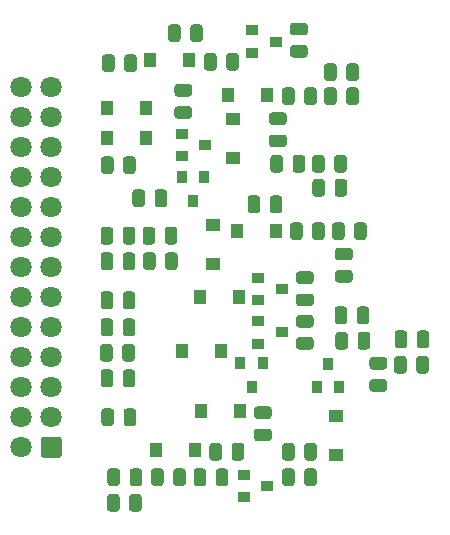
<source format=gbr>
%TF.GenerationSoftware,KiCad,Pcbnew,(5.1.6)-1*%
%TF.CreationDate,2021-03-15T21:03:39-07:00*%
%TF.ProjectId,ECUOutputs,4543554f-7574-4707-9574-732e6b696361,rev?*%
%TF.SameCoordinates,Original*%
%TF.FileFunction,Soldermask,Top*%
%TF.FilePolarity,Negative*%
%FSLAX46Y46*%
G04 Gerber Fmt 4.6, Leading zero omitted, Abs format (unit mm)*
G04 Created by KiCad (PCBNEW (5.1.6)-1) date 2021-03-15 21:03:39*
%MOMM*%
%LPD*%
G01*
G04 APERTURE LIST*
%ADD10C,1.800000*%
%ADD11R,1.000000X0.900000*%
%ADD12R,0.900000X1.000000*%
%ADD13R,1.000000X1.300000*%
%ADD14R,1.300000X1.000000*%
G04 APERTURE END LIST*
D10*
%TO.C,J4*%
X105156000Y-73406000D03*
X105156000Y-75946000D03*
X105156000Y-78486000D03*
X105156000Y-81026000D03*
X105156000Y-83566000D03*
X105156000Y-86106000D03*
X105156000Y-88646000D03*
X105156000Y-91186000D03*
X105156000Y-93726000D03*
X105156000Y-96266000D03*
X105156000Y-98806000D03*
X105156000Y-101346000D03*
X105156000Y-103886000D03*
X107696000Y-73406000D03*
X107696000Y-75946000D03*
X107696000Y-78486000D03*
X107696000Y-81026000D03*
X107696000Y-83566000D03*
X107696000Y-86106000D03*
X107696000Y-88646000D03*
X107696000Y-91186000D03*
X107696000Y-93726000D03*
X107696000Y-96266000D03*
X107696000Y-98806000D03*
X107696000Y-101346000D03*
G36*
G01*
X108596000Y-103250706D02*
X108596000Y-104521294D01*
G75*
G02*
X108331294Y-104786000I-264706J0D01*
G01*
X107060706Y-104786000D01*
G75*
G02*
X106796000Y-104521294I0J264706D01*
G01*
X106796000Y-103250706D01*
G75*
G02*
X107060706Y-102986000I264706J0D01*
G01*
X108331294Y-102986000D01*
G75*
G02*
X108596000Y-103250706I0J-264706D01*
G01*
G37*
%TD*%
%TO.C,R39*%
G36*
G01*
X113762500Y-80491250D02*
X113762500Y-79528750D01*
G75*
G02*
X114031250Y-79260000I268750J0D01*
G01*
X114568750Y-79260000D01*
G75*
G02*
X114837500Y-79528750I0J-268750D01*
G01*
X114837500Y-80491250D01*
G75*
G02*
X114568750Y-80760000I-268750J0D01*
G01*
X114031250Y-80760000D01*
G75*
G02*
X113762500Y-80491250I0J268750D01*
G01*
G37*
G36*
G01*
X111887500Y-80491250D02*
X111887500Y-79528750D01*
G75*
G02*
X112156250Y-79260000I268750J0D01*
G01*
X112693750Y-79260000D01*
G75*
G02*
X112962500Y-79528750I0J-268750D01*
G01*
X112962500Y-80491250D01*
G75*
G02*
X112693750Y-80760000I-268750J0D01*
G01*
X112156250Y-80760000D01*
G75*
G02*
X111887500Y-80491250I0J268750D01*
G01*
G37*
%TD*%
%TO.C,R38*%
G36*
G01*
X132655500Y-72617250D02*
X132655500Y-71654750D01*
G75*
G02*
X132924250Y-71386000I268750J0D01*
G01*
X133461750Y-71386000D01*
G75*
G02*
X133730500Y-71654750I0J-268750D01*
G01*
X133730500Y-72617250D01*
G75*
G02*
X133461750Y-72886000I-268750J0D01*
G01*
X132924250Y-72886000D01*
G75*
G02*
X132655500Y-72617250I0J268750D01*
G01*
G37*
G36*
G01*
X130780500Y-72617250D02*
X130780500Y-71654750D01*
G75*
G02*
X131049250Y-71386000I268750J0D01*
G01*
X131586750Y-71386000D01*
G75*
G02*
X131855500Y-71654750I0J-268750D01*
G01*
X131855500Y-72617250D01*
G75*
G02*
X131586750Y-72886000I-268750J0D01*
G01*
X131049250Y-72886000D01*
G75*
G02*
X130780500Y-72617250I0J268750D01*
G01*
G37*
%TD*%
%TO.C,R37*%
G36*
G01*
X129132250Y-69020500D02*
X128169750Y-69020500D01*
G75*
G02*
X127901000Y-68751750I0J268750D01*
G01*
X127901000Y-68214250D01*
G75*
G02*
X128169750Y-67945500I268750J0D01*
G01*
X129132250Y-67945500D01*
G75*
G02*
X129401000Y-68214250I0J-268750D01*
G01*
X129401000Y-68751750D01*
G75*
G02*
X129132250Y-69020500I-268750J0D01*
G01*
G37*
G36*
G01*
X129132250Y-70895500D02*
X128169750Y-70895500D01*
G75*
G02*
X127901000Y-70626750I0J268750D01*
G01*
X127901000Y-70089250D01*
G75*
G02*
X128169750Y-69820500I268750J0D01*
G01*
X129132250Y-69820500D01*
G75*
G02*
X129401000Y-70089250I0J-268750D01*
G01*
X129401000Y-70626750D01*
G75*
G02*
X129132250Y-70895500I-268750J0D01*
G01*
G37*
%TD*%
%TO.C,R36*%
G36*
G01*
X113470500Y-108103750D02*
X113470500Y-109066250D01*
G75*
G02*
X113201750Y-109335000I-268750J0D01*
G01*
X112664250Y-109335000D01*
G75*
G02*
X112395500Y-109066250I0J268750D01*
G01*
X112395500Y-108103750D01*
G75*
G02*
X112664250Y-107835000I268750J0D01*
G01*
X113201750Y-107835000D01*
G75*
G02*
X113470500Y-108103750I0J-268750D01*
G01*
G37*
G36*
G01*
X115345500Y-108103750D02*
X115345500Y-109066250D01*
G75*
G02*
X115076750Y-109335000I-268750J0D01*
G01*
X114539250Y-109335000D01*
G75*
G02*
X114270500Y-109066250I0J268750D01*
G01*
X114270500Y-108103750D01*
G75*
G02*
X114539250Y-107835000I268750J0D01*
G01*
X115076750Y-107835000D01*
G75*
G02*
X115345500Y-108103750I0J-268750D01*
G01*
G37*
%TD*%
%TO.C,R35*%
G36*
G01*
X119447500Y-69315250D02*
X119447500Y-68352750D01*
G75*
G02*
X119716250Y-68084000I268750J0D01*
G01*
X120253750Y-68084000D01*
G75*
G02*
X120522500Y-68352750I0J-268750D01*
G01*
X120522500Y-69315250D01*
G75*
G02*
X120253750Y-69584000I-268750J0D01*
G01*
X119716250Y-69584000D01*
G75*
G02*
X119447500Y-69315250I0J268750D01*
G01*
G37*
G36*
G01*
X117572500Y-69315250D02*
X117572500Y-68352750D01*
G75*
G02*
X117841250Y-68084000I268750J0D01*
G01*
X118378750Y-68084000D01*
G75*
G02*
X118647500Y-68352750I0J-268750D01*
G01*
X118647500Y-69315250D01*
G75*
G02*
X118378750Y-69584000I-268750J0D01*
G01*
X117841250Y-69584000D01*
G75*
G02*
X117572500Y-69315250I0J268750D01*
G01*
G37*
%TD*%
%TO.C,R34*%
G36*
G01*
X130869500Y-81433750D02*
X130869500Y-82396250D01*
G75*
G02*
X130600750Y-82665000I-268750J0D01*
G01*
X130063250Y-82665000D01*
G75*
G02*
X129794500Y-82396250I0J268750D01*
G01*
X129794500Y-81433750D01*
G75*
G02*
X130063250Y-81165000I268750J0D01*
G01*
X130600750Y-81165000D01*
G75*
G02*
X130869500Y-81433750I0J-268750D01*
G01*
G37*
G36*
G01*
X132744500Y-81433750D02*
X132744500Y-82396250D01*
G75*
G02*
X132475750Y-82665000I-268750J0D01*
G01*
X131938250Y-82665000D01*
G75*
G02*
X131669500Y-82396250I0J268750D01*
G01*
X131669500Y-81433750D01*
G75*
G02*
X131938250Y-81165000I268750J0D01*
G01*
X132475750Y-81165000D01*
G75*
G02*
X132744500Y-81433750I0J-268750D01*
G01*
G37*
%TD*%
%TO.C,R33*%
G36*
G01*
X130839500Y-79401750D02*
X130839500Y-80364250D01*
G75*
G02*
X130570750Y-80633000I-268750J0D01*
G01*
X130033250Y-80633000D01*
G75*
G02*
X129764500Y-80364250I0J268750D01*
G01*
X129764500Y-79401750D01*
G75*
G02*
X130033250Y-79133000I268750J0D01*
G01*
X130570750Y-79133000D01*
G75*
G02*
X130839500Y-79401750I0J-268750D01*
G01*
G37*
G36*
G01*
X132714500Y-79401750D02*
X132714500Y-80364250D01*
G75*
G02*
X132445750Y-80633000I-268750J0D01*
G01*
X131908250Y-80633000D01*
G75*
G02*
X131639500Y-80364250I0J268750D01*
G01*
X131639500Y-79401750D01*
G75*
G02*
X131908250Y-79133000I268750J0D01*
G01*
X132445750Y-79133000D01*
G75*
G02*
X132714500Y-79401750I0J-268750D01*
G01*
G37*
%TD*%
%TO.C,R32*%
G36*
G01*
X122495500Y-71728250D02*
X122495500Y-70765750D01*
G75*
G02*
X122764250Y-70497000I268750J0D01*
G01*
X123301750Y-70497000D01*
G75*
G02*
X123570500Y-70765750I0J-268750D01*
G01*
X123570500Y-71728250D01*
G75*
G02*
X123301750Y-71997000I-268750J0D01*
G01*
X122764250Y-71997000D01*
G75*
G02*
X122495500Y-71728250I0J268750D01*
G01*
G37*
G36*
G01*
X120620500Y-71728250D02*
X120620500Y-70765750D01*
G75*
G02*
X120889250Y-70497000I268750J0D01*
G01*
X121426750Y-70497000D01*
G75*
G02*
X121695500Y-70765750I0J-268750D01*
G01*
X121695500Y-71728250D01*
G75*
G02*
X121426750Y-71997000I-268750J0D01*
G01*
X120889250Y-71997000D01*
G75*
G02*
X120620500Y-71728250I0J268750D01*
G01*
G37*
%TD*%
%TO.C,R31*%
G36*
G01*
X132655500Y-74649250D02*
X132655500Y-73686750D01*
G75*
G02*
X132924250Y-73418000I268750J0D01*
G01*
X133461750Y-73418000D01*
G75*
G02*
X133730500Y-73686750I0J-268750D01*
G01*
X133730500Y-74649250D01*
G75*
G02*
X133461750Y-74918000I-268750J0D01*
G01*
X132924250Y-74918000D01*
G75*
G02*
X132655500Y-74649250I0J268750D01*
G01*
G37*
G36*
G01*
X130780500Y-74649250D02*
X130780500Y-73686750D01*
G75*
G02*
X131049250Y-73418000I268750J0D01*
G01*
X131586750Y-73418000D01*
G75*
G02*
X131855500Y-73686750I0J-268750D01*
G01*
X131855500Y-74649250D01*
G75*
G02*
X131586750Y-74918000I-268750J0D01*
G01*
X131049250Y-74918000D01*
G75*
G02*
X130780500Y-74649250I0J268750D01*
G01*
G37*
%TD*%
%TO.C,R30*%
G36*
G01*
X119353250Y-74197500D02*
X118390750Y-74197500D01*
G75*
G02*
X118122000Y-73928750I0J268750D01*
G01*
X118122000Y-73391250D01*
G75*
G02*
X118390750Y-73122500I268750J0D01*
G01*
X119353250Y-73122500D01*
G75*
G02*
X119622000Y-73391250I0J-268750D01*
G01*
X119622000Y-73928750D01*
G75*
G02*
X119353250Y-74197500I-268750J0D01*
G01*
G37*
G36*
G01*
X119353250Y-76072500D02*
X118390750Y-76072500D01*
G75*
G02*
X118122000Y-75803750I0J268750D01*
G01*
X118122000Y-75266250D01*
G75*
G02*
X118390750Y-74997500I268750J0D01*
G01*
X119353250Y-74997500D01*
G75*
G02*
X119622000Y-75266250I0J-268750D01*
G01*
X119622000Y-75803750D01*
G75*
G02*
X119353250Y-76072500I-268750J0D01*
G01*
G37*
%TD*%
%TO.C,R29*%
G36*
G01*
X126391750Y-77410500D02*
X127354250Y-77410500D01*
G75*
G02*
X127623000Y-77679250I0J-268750D01*
G01*
X127623000Y-78216750D01*
G75*
G02*
X127354250Y-78485500I-268750J0D01*
G01*
X126391750Y-78485500D01*
G75*
G02*
X126123000Y-78216750I0J268750D01*
G01*
X126123000Y-77679250D01*
G75*
G02*
X126391750Y-77410500I268750J0D01*
G01*
G37*
G36*
G01*
X126391750Y-75535500D02*
X127354250Y-75535500D01*
G75*
G02*
X127623000Y-75804250I0J-268750D01*
G01*
X127623000Y-76341750D01*
G75*
G02*
X127354250Y-76610500I-268750J0D01*
G01*
X126391750Y-76610500D01*
G75*
G02*
X126123000Y-76341750I0J268750D01*
G01*
X126123000Y-75804250D01*
G75*
G02*
X126391750Y-75535500I268750J0D01*
G01*
G37*
%TD*%
%TO.C,R28*%
G36*
G01*
X127313500Y-79401750D02*
X127313500Y-80364250D01*
G75*
G02*
X127044750Y-80633000I-268750J0D01*
G01*
X126507250Y-80633000D01*
G75*
G02*
X126238500Y-80364250I0J268750D01*
G01*
X126238500Y-79401750D01*
G75*
G02*
X126507250Y-79133000I268750J0D01*
G01*
X127044750Y-79133000D01*
G75*
G02*
X127313500Y-79401750I0J-268750D01*
G01*
G37*
G36*
G01*
X129188500Y-79401750D02*
X129188500Y-80364250D01*
G75*
G02*
X128919750Y-80633000I-268750J0D01*
G01*
X128382250Y-80633000D01*
G75*
G02*
X128113500Y-80364250I0J268750D01*
G01*
X128113500Y-79401750D01*
G75*
G02*
X128382250Y-79133000I268750J0D01*
G01*
X128919750Y-79133000D01*
G75*
G02*
X129188500Y-79401750I0J-268750D01*
G01*
G37*
%TD*%
%TO.C,R27*%
G36*
G01*
X115629500Y-82322750D02*
X115629500Y-83285250D01*
G75*
G02*
X115360750Y-83554000I-268750J0D01*
G01*
X114823250Y-83554000D01*
G75*
G02*
X114554500Y-83285250I0J268750D01*
G01*
X114554500Y-82322750D01*
G75*
G02*
X114823250Y-82054000I268750J0D01*
G01*
X115360750Y-82054000D01*
G75*
G02*
X115629500Y-82322750I0J-268750D01*
G01*
G37*
G36*
G01*
X117504500Y-82322750D02*
X117504500Y-83285250D01*
G75*
G02*
X117235750Y-83554000I-268750J0D01*
G01*
X116698250Y-83554000D01*
G75*
G02*
X116429500Y-83285250I0J268750D01*
G01*
X116429500Y-82322750D01*
G75*
G02*
X116698250Y-82054000I268750J0D01*
G01*
X117235750Y-82054000D01*
G75*
G02*
X117504500Y-82322750I0J-268750D01*
G01*
G37*
%TD*%
%TO.C,R26*%
G36*
G01*
X113859500Y-71855250D02*
X113859500Y-70892750D01*
G75*
G02*
X114128250Y-70624000I268750J0D01*
G01*
X114665750Y-70624000D01*
G75*
G02*
X114934500Y-70892750I0J-268750D01*
G01*
X114934500Y-71855250D01*
G75*
G02*
X114665750Y-72124000I-268750J0D01*
G01*
X114128250Y-72124000D01*
G75*
G02*
X113859500Y-71855250I0J268750D01*
G01*
G37*
G36*
G01*
X111984500Y-71855250D02*
X111984500Y-70892750D01*
G75*
G02*
X112253250Y-70624000I268750J0D01*
G01*
X112790750Y-70624000D01*
G75*
G02*
X113059500Y-70892750I0J-268750D01*
G01*
X113059500Y-71855250D01*
G75*
G02*
X112790750Y-72124000I-268750J0D01*
G01*
X112253250Y-72124000D01*
G75*
G02*
X111984500Y-71855250I0J268750D01*
G01*
G37*
%TD*%
%TO.C,R25*%
G36*
G01*
X135863250Y-97311500D02*
X134900750Y-97311500D01*
G75*
G02*
X134632000Y-97042750I0J268750D01*
G01*
X134632000Y-96505250D01*
G75*
G02*
X134900750Y-96236500I268750J0D01*
G01*
X135863250Y-96236500D01*
G75*
G02*
X136132000Y-96505250I0J-268750D01*
G01*
X136132000Y-97042750D01*
G75*
G02*
X135863250Y-97311500I-268750J0D01*
G01*
G37*
G36*
G01*
X135863250Y-99186500D02*
X134900750Y-99186500D01*
G75*
G02*
X134632000Y-98917750I0J268750D01*
G01*
X134632000Y-98380250D01*
G75*
G02*
X134900750Y-98111500I268750J0D01*
G01*
X135863250Y-98111500D01*
G75*
G02*
X136132000Y-98380250I0J-268750D01*
G01*
X136132000Y-98917750D01*
G75*
G02*
X135863250Y-99186500I-268750J0D01*
G01*
G37*
%TD*%
%TO.C,R24*%
G36*
G01*
X113811000Y-101827250D02*
X113811000Y-100864750D01*
G75*
G02*
X114079750Y-100596000I268750J0D01*
G01*
X114617250Y-100596000D01*
G75*
G02*
X114886000Y-100864750I0J-268750D01*
G01*
X114886000Y-101827250D01*
G75*
G02*
X114617250Y-102096000I-268750J0D01*
G01*
X114079750Y-102096000D01*
G75*
G02*
X113811000Y-101827250I0J268750D01*
G01*
G37*
G36*
G01*
X111936000Y-101827250D02*
X111936000Y-100864750D01*
G75*
G02*
X112204750Y-100596000I268750J0D01*
G01*
X112742250Y-100596000D01*
G75*
G02*
X113011000Y-100864750I0J-268750D01*
G01*
X113011000Y-101827250D01*
G75*
G02*
X112742250Y-102096000I-268750J0D01*
G01*
X112204750Y-102096000D01*
G75*
G02*
X111936000Y-101827250I0J268750D01*
G01*
G37*
%TD*%
%TO.C,R23*%
G36*
G01*
X137776000Y-96419750D02*
X137776000Y-97382250D01*
G75*
G02*
X137507250Y-97651000I-268750J0D01*
G01*
X136969750Y-97651000D01*
G75*
G02*
X136701000Y-97382250I0J268750D01*
G01*
X136701000Y-96419750D01*
G75*
G02*
X136969750Y-96151000I268750J0D01*
G01*
X137507250Y-96151000D01*
G75*
G02*
X137776000Y-96419750I0J-268750D01*
G01*
G37*
G36*
G01*
X139651000Y-96419750D02*
X139651000Y-97382250D01*
G75*
G02*
X139382250Y-97651000I-268750J0D01*
G01*
X138844750Y-97651000D01*
G75*
G02*
X138576000Y-97382250I0J268750D01*
G01*
X138576000Y-96419750D01*
G75*
G02*
X138844750Y-96151000I268750J0D01*
G01*
X139382250Y-96151000D01*
G75*
G02*
X139651000Y-96419750I0J-268750D01*
G01*
G37*
%TD*%
%TO.C,R22*%
G36*
G01*
X133544500Y-93191250D02*
X133544500Y-92228750D01*
G75*
G02*
X133813250Y-91960000I268750J0D01*
G01*
X134350750Y-91960000D01*
G75*
G02*
X134619500Y-92228750I0J-268750D01*
G01*
X134619500Y-93191250D01*
G75*
G02*
X134350750Y-93460000I-268750J0D01*
G01*
X133813250Y-93460000D01*
G75*
G02*
X133544500Y-93191250I0J268750D01*
G01*
G37*
G36*
G01*
X131669500Y-93191250D02*
X131669500Y-92228750D01*
G75*
G02*
X131938250Y-91960000I268750J0D01*
G01*
X132475750Y-91960000D01*
G75*
G02*
X132744500Y-92228750I0J-268750D01*
G01*
X132744500Y-93191250D01*
G75*
G02*
X132475750Y-93460000I-268750J0D01*
G01*
X131938250Y-93460000D01*
G75*
G02*
X131669500Y-93191250I0J268750D01*
G01*
G37*
%TD*%
%TO.C,R21*%
G36*
G01*
X133623000Y-95350250D02*
X133623000Y-94387750D01*
G75*
G02*
X133891750Y-94119000I268750J0D01*
G01*
X134429250Y-94119000D01*
G75*
G02*
X134698000Y-94387750I0J-268750D01*
G01*
X134698000Y-95350250D01*
G75*
G02*
X134429250Y-95619000I-268750J0D01*
G01*
X133891750Y-95619000D01*
G75*
G02*
X133623000Y-95350250I0J268750D01*
G01*
G37*
G36*
G01*
X131748000Y-95350250D02*
X131748000Y-94387750D01*
G75*
G02*
X132016750Y-94119000I268750J0D01*
G01*
X132554250Y-94119000D01*
G75*
G02*
X132823000Y-94387750I0J-268750D01*
G01*
X132823000Y-95350250D01*
G75*
G02*
X132554250Y-95619000I-268750J0D01*
G01*
X132016750Y-95619000D01*
G75*
G02*
X131748000Y-95350250I0J268750D01*
G01*
G37*
%TD*%
%TO.C,R20*%
G36*
G01*
X112884000Y-95403750D02*
X112884000Y-96366250D01*
G75*
G02*
X112615250Y-96635000I-268750J0D01*
G01*
X112077750Y-96635000D01*
G75*
G02*
X111809000Y-96366250I0J268750D01*
G01*
X111809000Y-95403750D01*
G75*
G02*
X112077750Y-95135000I268750J0D01*
G01*
X112615250Y-95135000D01*
G75*
G02*
X112884000Y-95403750I0J-268750D01*
G01*
G37*
G36*
G01*
X114759000Y-95403750D02*
X114759000Y-96366250D01*
G75*
G02*
X114490250Y-96635000I-268750J0D01*
G01*
X113952750Y-96635000D01*
G75*
G02*
X113684000Y-96366250I0J268750D01*
G01*
X113684000Y-95403750D01*
G75*
G02*
X113952750Y-95135000I268750J0D01*
G01*
X114490250Y-95135000D01*
G75*
G02*
X114759000Y-95403750I0J-268750D01*
G01*
G37*
%TD*%
%TO.C,R19*%
G36*
G01*
X112932500Y-97562750D02*
X112932500Y-98525250D01*
G75*
G02*
X112663750Y-98794000I-268750J0D01*
G01*
X112126250Y-98794000D01*
G75*
G02*
X111857500Y-98525250I0J268750D01*
G01*
X111857500Y-97562750D01*
G75*
G02*
X112126250Y-97294000I268750J0D01*
G01*
X112663750Y-97294000D01*
G75*
G02*
X112932500Y-97562750I0J-268750D01*
G01*
G37*
G36*
G01*
X114807500Y-97562750D02*
X114807500Y-98525250D01*
G75*
G02*
X114538750Y-98794000I-268750J0D01*
G01*
X114001250Y-98794000D01*
G75*
G02*
X113732500Y-98525250I0J268750D01*
G01*
X113732500Y-97562750D01*
G75*
G02*
X114001250Y-97294000I268750J0D01*
G01*
X114538750Y-97294000D01*
G75*
G02*
X114807500Y-97562750I0J-268750D01*
G01*
G37*
%TD*%
%TO.C,R18*%
G36*
G01*
X112932500Y-93244750D02*
X112932500Y-94207250D01*
G75*
G02*
X112663750Y-94476000I-268750J0D01*
G01*
X112126250Y-94476000D01*
G75*
G02*
X111857500Y-94207250I0J268750D01*
G01*
X111857500Y-93244750D01*
G75*
G02*
X112126250Y-92976000I268750J0D01*
G01*
X112663750Y-92976000D01*
G75*
G02*
X112932500Y-93244750I0J-268750D01*
G01*
G37*
G36*
G01*
X114807500Y-93244750D02*
X114807500Y-94207250D01*
G75*
G02*
X114538750Y-94476000I-268750J0D01*
G01*
X114001250Y-94476000D01*
G75*
G02*
X113732500Y-94207250I0J268750D01*
G01*
X113732500Y-93244750D01*
G75*
G02*
X114001250Y-92976000I268750J0D01*
G01*
X114538750Y-92976000D01*
G75*
G02*
X114807500Y-93244750I0J-268750D01*
G01*
G37*
%TD*%
%TO.C,R17*%
G36*
G01*
X112932500Y-90958750D02*
X112932500Y-91921250D01*
G75*
G02*
X112663750Y-92190000I-268750J0D01*
G01*
X112126250Y-92190000D01*
G75*
G02*
X111857500Y-91921250I0J268750D01*
G01*
X111857500Y-90958750D01*
G75*
G02*
X112126250Y-90690000I268750J0D01*
G01*
X112663750Y-90690000D01*
G75*
G02*
X112932500Y-90958750I0J-268750D01*
G01*
G37*
G36*
G01*
X114807500Y-90958750D02*
X114807500Y-91921250D01*
G75*
G02*
X114538750Y-92190000I-268750J0D01*
G01*
X114001250Y-92190000D01*
G75*
G02*
X113732500Y-91921250I0J268750D01*
G01*
X113732500Y-90958750D01*
G75*
G02*
X114001250Y-90690000I268750J0D01*
G01*
X114538750Y-90690000D01*
G75*
G02*
X114807500Y-90958750I0J-268750D01*
G01*
G37*
%TD*%
%TO.C,R16*%
G36*
G01*
X128677750Y-94555500D02*
X129640250Y-94555500D01*
G75*
G02*
X129909000Y-94824250I0J-268750D01*
G01*
X129909000Y-95361750D01*
G75*
G02*
X129640250Y-95630500I-268750J0D01*
G01*
X128677750Y-95630500D01*
G75*
G02*
X128409000Y-95361750I0J268750D01*
G01*
X128409000Y-94824250D01*
G75*
G02*
X128677750Y-94555500I268750J0D01*
G01*
G37*
G36*
G01*
X128677750Y-92680500D02*
X129640250Y-92680500D01*
G75*
G02*
X129909000Y-92949250I0J-268750D01*
G01*
X129909000Y-93486750D01*
G75*
G02*
X129640250Y-93755500I-268750J0D01*
G01*
X128677750Y-93755500D01*
G75*
G02*
X128409000Y-93486750I0J268750D01*
G01*
X128409000Y-92949250D01*
G75*
G02*
X128677750Y-92680500I268750J0D01*
G01*
G37*
%TD*%
%TO.C,R15*%
G36*
G01*
X131979750Y-88870500D02*
X132942250Y-88870500D01*
G75*
G02*
X133211000Y-89139250I0J-268750D01*
G01*
X133211000Y-89676750D01*
G75*
G02*
X132942250Y-89945500I-268750J0D01*
G01*
X131979750Y-89945500D01*
G75*
G02*
X131711000Y-89676750I0J268750D01*
G01*
X131711000Y-89139250D01*
G75*
G02*
X131979750Y-88870500I268750J0D01*
G01*
G37*
G36*
G01*
X131979750Y-86995500D02*
X132942250Y-86995500D01*
G75*
G02*
X133211000Y-87264250I0J-268750D01*
G01*
X133211000Y-87801750D01*
G75*
G02*
X132942250Y-88070500I-268750J0D01*
G01*
X131979750Y-88070500D01*
G75*
G02*
X131711000Y-87801750I0J268750D01*
G01*
X131711000Y-87264250D01*
G75*
G02*
X131979750Y-86995500I268750J0D01*
G01*
G37*
%TD*%
%TO.C,R14*%
G36*
G01*
X125378500Y-82830750D02*
X125378500Y-83793250D01*
G75*
G02*
X125109750Y-84062000I-268750J0D01*
G01*
X124572250Y-84062000D01*
G75*
G02*
X124303500Y-83793250I0J268750D01*
G01*
X124303500Y-82830750D01*
G75*
G02*
X124572250Y-82562000I268750J0D01*
G01*
X125109750Y-82562000D01*
G75*
G02*
X125378500Y-82830750I0J-268750D01*
G01*
G37*
G36*
G01*
X127253500Y-82830750D02*
X127253500Y-83793250D01*
G75*
G02*
X126984750Y-84062000I-268750J0D01*
G01*
X126447250Y-84062000D01*
G75*
G02*
X126178500Y-83793250I0J268750D01*
G01*
X126178500Y-82830750D01*
G75*
G02*
X126447250Y-82562000I268750J0D01*
G01*
X126984750Y-82562000D01*
G75*
G02*
X127253500Y-82830750I0J-268750D01*
G01*
G37*
%TD*%
%TO.C,R13*%
G36*
G01*
X128677750Y-90872500D02*
X129640250Y-90872500D01*
G75*
G02*
X129909000Y-91141250I0J-268750D01*
G01*
X129909000Y-91678750D01*
G75*
G02*
X129640250Y-91947500I-268750J0D01*
G01*
X128677750Y-91947500D01*
G75*
G02*
X128409000Y-91678750I0J268750D01*
G01*
X128409000Y-91141250D01*
G75*
G02*
X128677750Y-90872500I268750J0D01*
G01*
G37*
G36*
G01*
X128677750Y-88997500D02*
X129640250Y-88997500D01*
G75*
G02*
X129909000Y-89266250I0J-268750D01*
G01*
X129909000Y-89803750D01*
G75*
G02*
X129640250Y-90072500I-268750J0D01*
G01*
X128677750Y-90072500D01*
G75*
G02*
X128409000Y-89803750I0J268750D01*
G01*
X128409000Y-89266250D01*
G75*
G02*
X128677750Y-88997500I268750J0D01*
G01*
G37*
%TD*%
%TO.C,R12*%
G36*
G01*
X132520500Y-85116750D02*
X132520500Y-86079250D01*
G75*
G02*
X132251750Y-86348000I-268750J0D01*
G01*
X131714250Y-86348000D01*
G75*
G02*
X131445500Y-86079250I0J268750D01*
G01*
X131445500Y-85116750D01*
G75*
G02*
X131714250Y-84848000I268750J0D01*
G01*
X132251750Y-84848000D01*
G75*
G02*
X132520500Y-85116750I0J-268750D01*
G01*
G37*
G36*
G01*
X134395500Y-85116750D02*
X134395500Y-86079250D01*
G75*
G02*
X134126750Y-86348000I-268750J0D01*
G01*
X133589250Y-86348000D01*
G75*
G02*
X133320500Y-86079250I0J268750D01*
G01*
X133320500Y-85116750D01*
G75*
G02*
X133589250Y-84848000I268750J0D01*
G01*
X134126750Y-84848000D01*
G75*
G02*
X134395500Y-85116750I0J-268750D01*
G01*
G37*
%TD*%
%TO.C,R11*%
G36*
G01*
X116488500Y-85497750D02*
X116488500Y-86460250D01*
G75*
G02*
X116219750Y-86729000I-268750J0D01*
G01*
X115682250Y-86729000D01*
G75*
G02*
X115413500Y-86460250I0J268750D01*
G01*
X115413500Y-85497750D01*
G75*
G02*
X115682250Y-85229000I268750J0D01*
G01*
X116219750Y-85229000D01*
G75*
G02*
X116488500Y-85497750I0J-268750D01*
G01*
G37*
G36*
G01*
X118363500Y-85497750D02*
X118363500Y-86460250D01*
G75*
G02*
X118094750Y-86729000I-268750J0D01*
G01*
X117557250Y-86729000D01*
G75*
G02*
X117288500Y-86460250I0J268750D01*
G01*
X117288500Y-85497750D01*
G75*
G02*
X117557250Y-85229000I268750J0D01*
G01*
X118094750Y-85229000D01*
G75*
G02*
X118363500Y-85497750I0J-268750D01*
G01*
G37*
%TD*%
%TO.C,R10*%
G36*
G01*
X116518500Y-87656750D02*
X116518500Y-88619250D01*
G75*
G02*
X116249750Y-88888000I-268750J0D01*
G01*
X115712250Y-88888000D01*
G75*
G02*
X115443500Y-88619250I0J268750D01*
G01*
X115443500Y-87656750D01*
G75*
G02*
X115712250Y-87388000I268750J0D01*
G01*
X116249750Y-87388000D01*
G75*
G02*
X116518500Y-87656750I0J-268750D01*
G01*
G37*
G36*
G01*
X118393500Y-87656750D02*
X118393500Y-88619250D01*
G75*
G02*
X118124750Y-88888000I-268750J0D01*
G01*
X117587250Y-88888000D01*
G75*
G02*
X117318500Y-88619250I0J268750D01*
G01*
X117318500Y-87656750D01*
G75*
G02*
X117587250Y-87388000I268750J0D01*
G01*
X118124750Y-87388000D01*
G75*
G02*
X118393500Y-87656750I0J-268750D01*
G01*
G37*
%TD*%
%TO.C,R9*%
G36*
G01*
X112932500Y-87656750D02*
X112932500Y-88619250D01*
G75*
G02*
X112663750Y-88888000I-268750J0D01*
G01*
X112126250Y-88888000D01*
G75*
G02*
X111857500Y-88619250I0J268750D01*
G01*
X111857500Y-87656750D01*
G75*
G02*
X112126250Y-87388000I268750J0D01*
G01*
X112663750Y-87388000D01*
G75*
G02*
X112932500Y-87656750I0J-268750D01*
G01*
G37*
G36*
G01*
X114807500Y-87656750D02*
X114807500Y-88619250D01*
G75*
G02*
X114538750Y-88888000I-268750J0D01*
G01*
X114001250Y-88888000D01*
G75*
G02*
X113732500Y-88619250I0J268750D01*
G01*
X113732500Y-87656750D01*
G75*
G02*
X114001250Y-87388000I268750J0D01*
G01*
X114538750Y-87388000D01*
G75*
G02*
X114807500Y-87656750I0J-268750D01*
G01*
G37*
%TD*%
%TO.C,R8*%
G36*
G01*
X112932500Y-85497750D02*
X112932500Y-86460250D01*
G75*
G02*
X112663750Y-86729000I-268750J0D01*
G01*
X112126250Y-86729000D01*
G75*
G02*
X111857500Y-86460250I0J268750D01*
G01*
X111857500Y-85497750D01*
G75*
G02*
X112126250Y-85229000I268750J0D01*
G01*
X112663750Y-85229000D01*
G75*
G02*
X112932500Y-85497750I0J-268750D01*
G01*
G37*
G36*
G01*
X114807500Y-85497750D02*
X114807500Y-86460250D01*
G75*
G02*
X114538750Y-86729000I-268750J0D01*
G01*
X114001250Y-86729000D01*
G75*
G02*
X113732500Y-86460250I0J268750D01*
G01*
X113732500Y-85497750D01*
G75*
G02*
X114001250Y-85229000I268750J0D01*
G01*
X114538750Y-85229000D01*
G75*
G02*
X114807500Y-85497750I0J-268750D01*
G01*
G37*
%TD*%
%TO.C,R7*%
G36*
G01*
X129099500Y-104748250D02*
X129099500Y-103785750D01*
G75*
G02*
X129368250Y-103517000I268750J0D01*
G01*
X129905750Y-103517000D01*
G75*
G02*
X130174500Y-103785750I0J-268750D01*
G01*
X130174500Y-104748250D01*
G75*
G02*
X129905750Y-105017000I-268750J0D01*
G01*
X129368250Y-105017000D01*
G75*
G02*
X129099500Y-104748250I0J268750D01*
G01*
G37*
G36*
G01*
X127224500Y-104748250D02*
X127224500Y-103785750D01*
G75*
G02*
X127493250Y-103517000I268750J0D01*
G01*
X128030750Y-103517000D01*
G75*
G02*
X128299500Y-103785750I0J-268750D01*
G01*
X128299500Y-104748250D01*
G75*
G02*
X128030750Y-105017000I-268750J0D01*
G01*
X127493250Y-105017000D01*
G75*
G02*
X127224500Y-104748250I0J268750D01*
G01*
G37*
%TD*%
%TO.C,R6*%
G36*
G01*
X125121750Y-102302500D02*
X126084250Y-102302500D01*
G75*
G02*
X126353000Y-102571250I0J-268750D01*
G01*
X126353000Y-103108750D01*
G75*
G02*
X126084250Y-103377500I-268750J0D01*
G01*
X125121750Y-103377500D01*
G75*
G02*
X124853000Y-103108750I0J268750D01*
G01*
X124853000Y-102571250D01*
G75*
G02*
X125121750Y-102302500I268750J0D01*
G01*
G37*
G36*
G01*
X125121750Y-100427500D02*
X126084250Y-100427500D01*
G75*
G02*
X126353000Y-100696250I0J-268750D01*
G01*
X126353000Y-101233750D01*
G75*
G02*
X126084250Y-101502500I-268750J0D01*
G01*
X125121750Y-101502500D01*
G75*
G02*
X124853000Y-101233750I0J268750D01*
G01*
X124853000Y-100696250D01*
G75*
G02*
X125121750Y-100427500I268750J0D01*
G01*
G37*
%TD*%
%TO.C,R5*%
G36*
G01*
X129099500Y-106907250D02*
X129099500Y-105944750D01*
G75*
G02*
X129368250Y-105676000I268750J0D01*
G01*
X129905750Y-105676000D01*
G75*
G02*
X130174500Y-105944750I0J-268750D01*
G01*
X130174500Y-106907250D01*
G75*
G02*
X129905750Y-107176000I-268750J0D01*
G01*
X129368250Y-107176000D01*
G75*
G02*
X129099500Y-106907250I0J268750D01*
G01*
G37*
G36*
G01*
X127224500Y-106907250D02*
X127224500Y-105944750D01*
G75*
G02*
X127493250Y-105676000I268750J0D01*
G01*
X128030750Y-105676000D01*
G75*
G02*
X128299500Y-105944750I0J-268750D01*
G01*
X128299500Y-106907250D01*
G75*
G02*
X128030750Y-107176000I-268750J0D01*
G01*
X127493250Y-107176000D01*
G75*
G02*
X127224500Y-106907250I0J268750D01*
G01*
G37*
%TD*%
%TO.C,R4*%
G36*
G01*
X114319000Y-106907250D02*
X114319000Y-105944750D01*
G75*
G02*
X114587750Y-105676000I268750J0D01*
G01*
X115125250Y-105676000D01*
G75*
G02*
X115394000Y-105944750I0J-268750D01*
G01*
X115394000Y-106907250D01*
G75*
G02*
X115125250Y-107176000I-268750J0D01*
G01*
X114587750Y-107176000D01*
G75*
G02*
X114319000Y-106907250I0J268750D01*
G01*
G37*
G36*
G01*
X112444000Y-106907250D02*
X112444000Y-105944750D01*
G75*
G02*
X112712750Y-105676000I268750J0D01*
G01*
X113250250Y-105676000D01*
G75*
G02*
X113519000Y-105944750I0J-268750D01*
G01*
X113519000Y-106907250D01*
G75*
G02*
X113250250Y-107176000I-268750J0D01*
G01*
X112712750Y-107176000D01*
G75*
G02*
X112444000Y-106907250I0J268750D01*
G01*
G37*
%TD*%
%TO.C,R3*%
G36*
G01*
X117202000Y-105944750D02*
X117202000Y-106907250D01*
G75*
G02*
X116933250Y-107176000I-268750J0D01*
G01*
X116395750Y-107176000D01*
G75*
G02*
X116127000Y-106907250I0J268750D01*
G01*
X116127000Y-105944750D01*
G75*
G02*
X116395750Y-105676000I268750J0D01*
G01*
X116933250Y-105676000D01*
G75*
G02*
X117202000Y-105944750I0J-268750D01*
G01*
G37*
G36*
G01*
X119077000Y-105944750D02*
X119077000Y-106907250D01*
G75*
G02*
X118808250Y-107176000I-268750J0D01*
G01*
X118270750Y-107176000D01*
G75*
G02*
X118002000Y-106907250I0J268750D01*
G01*
X118002000Y-105944750D01*
G75*
G02*
X118270750Y-105676000I268750J0D01*
G01*
X118808250Y-105676000D01*
G75*
G02*
X119077000Y-105944750I0J-268750D01*
G01*
G37*
%TD*%
%TO.C,R2*%
G36*
G01*
X122955000Y-104748250D02*
X122955000Y-103785750D01*
G75*
G02*
X123223750Y-103517000I268750J0D01*
G01*
X123761250Y-103517000D01*
G75*
G02*
X124030000Y-103785750I0J-268750D01*
G01*
X124030000Y-104748250D01*
G75*
G02*
X123761250Y-105017000I-268750J0D01*
G01*
X123223750Y-105017000D01*
G75*
G02*
X122955000Y-104748250I0J268750D01*
G01*
G37*
G36*
G01*
X121080000Y-104748250D02*
X121080000Y-103785750D01*
G75*
G02*
X121348750Y-103517000I268750J0D01*
G01*
X121886250Y-103517000D01*
G75*
G02*
X122155000Y-103785750I0J-268750D01*
G01*
X122155000Y-104748250D01*
G75*
G02*
X121886250Y-105017000I-268750J0D01*
G01*
X121348750Y-105017000D01*
G75*
G02*
X121080000Y-104748250I0J268750D01*
G01*
G37*
%TD*%
%TO.C,R1*%
G36*
G01*
X121606500Y-106907250D02*
X121606500Y-105944750D01*
G75*
G02*
X121875250Y-105676000I268750J0D01*
G01*
X122412750Y-105676000D01*
G75*
G02*
X122681500Y-105944750I0J-268750D01*
G01*
X122681500Y-106907250D01*
G75*
G02*
X122412750Y-107176000I-268750J0D01*
G01*
X121875250Y-107176000D01*
G75*
G02*
X121606500Y-106907250I0J268750D01*
G01*
G37*
G36*
G01*
X119731500Y-106907250D02*
X119731500Y-105944750D01*
G75*
G02*
X120000250Y-105676000I268750J0D01*
G01*
X120537750Y-105676000D01*
G75*
G02*
X120806500Y-105944750I0J-268750D01*
G01*
X120806500Y-106907250D01*
G75*
G02*
X120537750Y-107176000I-268750J0D01*
G01*
X120000250Y-107176000D01*
G75*
G02*
X119731500Y-106907250I0J268750D01*
G01*
G37*
%TD*%
D11*
%TO.C,Q8*%
X126714000Y-69535000D03*
X124714000Y-70485000D03*
X124714000Y-68585000D03*
%TD*%
D12*
%TO.C,Q7*%
X119695000Y-83026000D03*
X118745000Y-81026000D03*
X120645000Y-81026000D03*
%TD*%
D11*
%TO.C,Q6*%
X120745000Y-78298000D03*
X118745000Y-79248000D03*
X118745000Y-77348000D03*
%TD*%
D12*
%TO.C,Q5*%
X131130000Y-96806000D03*
X132080000Y-98806000D03*
X130180000Y-98806000D03*
%TD*%
%TO.C,Q4*%
X124653000Y-98774000D03*
X123703000Y-96774000D03*
X125603000Y-96774000D03*
%TD*%
D11*
%TO.C,Q3*%
X127222000Y-94168000D03*
X125222000Y-95118000D03*
X125222000Y-93218000D03*
%TD*%
%TO.C,Q2*%
X127222000Y-90485000D03*
X125222000Y-91435000D03*
X125222000Y-89535000D03*
%TD*%
%TO.C,Q1*%
X125968000Y-107188000D03*
X123968000Y-108138000D03*
X123968000Y-106238000D03*
%TD*%
D13*
%TO.C,D12*%
X115695000Y-75184000D03*
X112395000Y-75184000D03*
%TD*%
%TO.C,D11*%
X115695000Y-77724000D03*
X112395000Y-77724000D03*
%TD*%
D14*
%TO.C,D10*%
X123063000Y-76074000D03*
X123063000Y-79374000D03*
%TD*%
D13*
%TO.C,D9*%
X125984000Y-74041000D03*
X122684000Y-74041000D03*
%TD*%
%TO.C,D8*%
X116080000Y-71120000D03*
X119380000Y-71120000D03*
%TD*%
%TO.C,D7*%
X118747000Y-95758000D03*
X122047000Y-95758000D03*
%TD*%
%TO.C,D6*%
X120270000Y-91186000D03*
X123570000Y-91186000D03*
%TD*%
%TO.C,D5*%
X123446000Y-85598000D03*
X126746000Y-85598000D03*
%TD*%
D14*
%TO.C,D4*%
X121412000Y-85090000D03*
X121412000Y-88390000D03*
%TD*%
%TO.C,D3*%
X131826000Y-104521000D03*
X131826000Y-101221000D03*
%TD*%
D13*
%TO.C,D2*%
X120398000Y-100838000D03*
X123698000Y-100838000D03*
%TD*%
%TO.C,D1*%
X116587000Y-104140000D03*
X119887000Y-104140000D03*
%TD*%
%TO.C,C3*%
G36*
G01*
X129099500Y-74649250D02*
X129099500Y-73686750D01*
G75*
G02*
X129368250Y-73418000I268750J0D01*
G01*
X129905750Y-73418000D01*
G75*
G02*
X130174500Y-73686750I0J-268750D01*
G01*
X130174500Y-74649250D01*
G75*
G02*
X129905750Y-74918000I-268750J0D01*
G01*
X129368250Y-74918000D01*
G75*
G02*
X129099500Y-74649250I0J268750D01*
G01*
G37*
G36*
G01*
X127224500Y-74649250D02*
X127224500Y-73686750D01*
G75*
G02*
X127493250Y-73418000I268750J0D01*
G01*
X128030750Y-73418000D01*
G75*
G02*
X128299500Y-73686750I0J-268750D01*
G01*
X128299500Y-74649250D01*
G75*
G02*
X128030750Y-74918000I-268750J0D01*
G01*
X127493250Y-74918000D01*
G75*
G02*
X127224500Y-74649250I0J268750D01*
G01*
G37*
%TD*%
%TO.C,C2*%
G36*
G01*
X138624500Y-95223250D02*
X138624500Y-94260750D01*
G75*
G02*
X138893250Y-93992000I268750J0D01*
G01*
X139430750Y-93992000D01*
G75*
G02*
X139699500Y-94260750I0J-268750D01*
G01*
X139699500Y-95223250D01*
G75*
G02*
X139430750Y-95492000I-268750J0D01*
G01*
X138893250Y-95492000D01*
G75*
G02*
X138624500Y-95223250I0J268750D01*
G01*
G37*
G36*
G01*
X136749500Y-95223250D02*
X136749500Y-94260750D01*
G75*
G02*
X137018250Y-93992000I268750J0D01*
G01*
X137555750Y-93992000D01*
G75*
G02*
X137824500Y-94260750I0J-268750D01*
G01*
X137824500Y-95223250D01*
G75*
G02*
X137555750Y-95492000I-268750J0D01*
G01*
X137018250Y-95492000D01*
G75*
G02*
X136749500Y-95223250I0J268750D01*
G01*
G37*
%TD*%
%TO.C,C1*%
G36*
G01*
X128964500Y-85116750D02*
X128964500Y-86079250D01*
G75*
G02*
X128695750Y-86348000I-268750J0D01*
G01*
X128158250Y-86348000D01*
G75*
G02*
X127889500Y-86079250I0J268750D01*
G01*
X127889500Y-85116750D01*
G75*
G02*
X128158250Y-84848000I268750J0D01*
G01*
X128695750Y-84848000D01*
G75*
G02*
X128964500Y-85116750I0J-268750D01*
G01*
G37*
G36*
G01*
X130839500Y-85116750D02*
X130839500Y-86079250D01*
G75*
G02*
X130570750Y-86348000I-268750J0D01*
G01*
X130033250Y-86348000D01*
G75*
G02*
X129764500Y-86079250I0J268750D01*
G01*
X129764500Y-85116750D01*
G75*
G02*
X130033250Y-84848000I268750J0D01*
G01*
X130570750Y-84848000D01*
G75*
G02*
X130839500Y-85116750I0J-268750D01*
G01*
G37*
%TD*%
M02*

</source>
